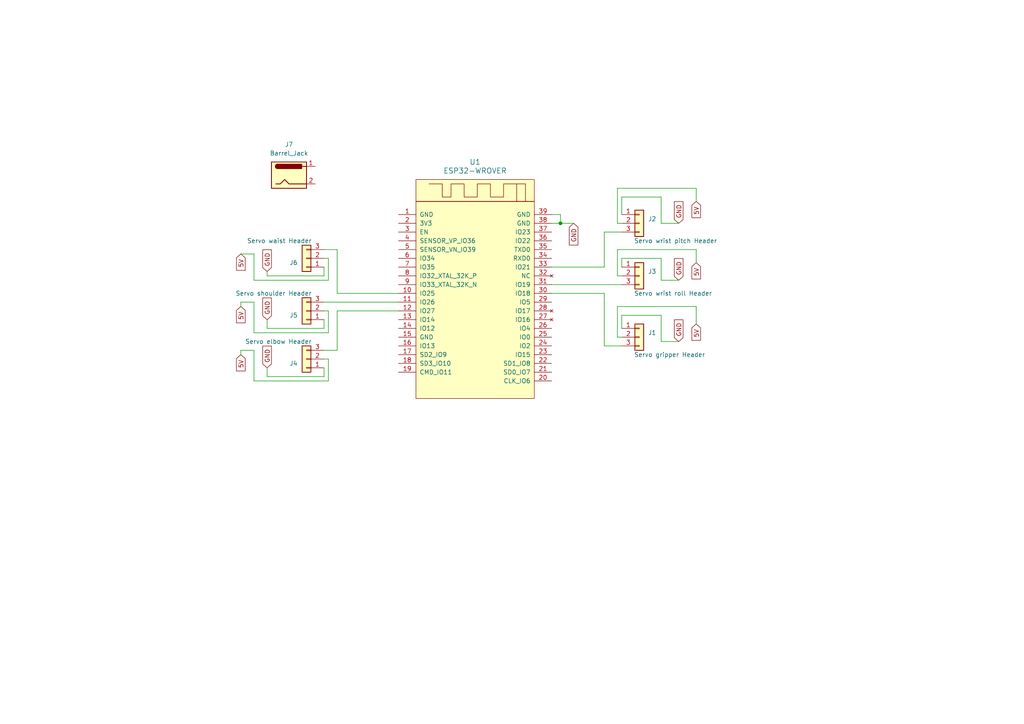
<source format=kicad_sch>
(kicad_sch (version 20231120) (generator "eeschema") (generator_version "8.0")
  (paper "A4")
  (lib_symbols
    (symbol "Connector:Barrel_Jack" (pin_names (offset 1.016))
      (property "Reference" "J" (at 0 5.334 0))
      (property "Value" "Barrel_Jack" (at 0 -5.08 0))
      (symbol "Barrel_Jack_0_1"
        (rectangle (start -5.08 3.81) (end 5.08 -3.81) (stroke (width 0.254)) (fill (type background)))
        (arc (start -3.302 3.175) (mid -3.9343 2.54) (end -3.302 1.905) (stroke (width 0.254)))
        (arc (start -3.302 3.175) (mid -3.9343 2.54) (end -3.302 1.905) (stroke (width 0.254)) (fill (type outline)))
        (polyline (pts (xy 5.08 2.54) (xy 3.81 2.54)) (stroke (width 0.254)))
        (polyline (pts (xy -3.81 -2.54) (xy -2.54 -2.54) (xy -1.27 -1.27) (xy 0 -2.54) (xy 2.54 -2.54) (xy 5.08 -2.54)) (stroke (width 0.254)))
        (rectangle (start 3.683 3.175) (end -3.302 1.905) (stroke (width 0.254)) (fill (type outline)))
      )
      (symbol "Barrel_Jack_1_1"
        (pin passive line (at 7.62 2.54 180) (length 2.54) (name "~") (number "1"))
        (pin passive line (at 7.62 -2.54 180) (length 2.54) (name "~") (number "2"))
      )
    )
    (symbol "Connector_Generic:Conn_01x03" (pin_names (offset 1.016) hide)
      (property "Reference" "J" (at 0 5.08 0))
      (property "Value" "Conn_01x03" (at 0 -5.08 0))
      (symbol "Conn_01x03_1_1"
        (rectangle (start -1.27 -2.413) (end 0 -2.667) (stroke (width 0.1524)))
        (rectangle (start -1.27 0.127) (end 0 -0.127) (stroke (width 0.1524)))
        (rectangle (start -1.27 2.667) (end 0 2.413) (stroke (width 0.1524)))
        (rectangle (start -1.27 3.81) (end 1.27 -3.81) (stroke (width 0.254)) (fill (type background)))
        (pin passive line (at -5.08 2.54 0) (length 3.81) (name "Pin_1") (number "1"))
        (pin passive line (at -5.08 0 0) (length 3.81) (name "Pin_2") (number "2"))
        (pin passive line (at -5.08 -2.54 0) (length 3.81) (name "Pin_3") (number "3"))
      )
    )
    (symbol "esp32-wrover:ESP32-WROVER" (pin_names (offset 1.016))
      (property "Reference" "U" (at -15.24 -33.02 0))
      (property "Value" "ESP32-WROVER" (at 6.35 -33.02 0))
      (symbol "ESP32-WROVER_0_1"
        (rectangle (start -17.78 22.86) (end 16.51 -34.29) (fill (type background)))
        (rectangle (start -17.78 29.21) (end 16.51 22.86) (fill (type background)))
        (polyline (pts (xy 11.43 27.94) (xy 13.97 27.94) (xy 13.97 22.86)))
        (polyline (pts (xy -13.97 27.94) (xy -10.16 27.94) (xy -10.16 24.13) (xy -7.62 24.13) (xy -7.62 27.94) (xy -3.81 27.94) (xy -3.81 24.13) (xy 0 24.13) (xy 0 27.94) (xy 3.81 27.94) (xy 3.81 24.13) (xy 7.62 24.13) (xy 7.62 27.94) (xy 11.43 27.94) (xy 11.43 22.86)))
      )
      (symbol "ESP32-WROVER_1_1"
        (pin power_in line (at -22.86 19.05 0) (length 5.08) (name "GND") (number "1"))
        (pin bidirectional line (at -22.86 -3.81 0) (length 5.08) (name "IO25") (number "10"))
        (pin bidirectional line (at -22.86 -6.35 0) (length 5.08) (name "IO26") (number "11"))
        (pin bidirectional line (at -22.86 -8.89 0) (length 5.08) (name "IO27") (number "12"))
        (pin bidirectional line (at -22.86 -11.43 0) (length 5.08) (name "IO14") (number "13"))
        (pin bidirectional line (at -22.86 -13.97 0) (length 5.08) (name "IO12") (number "14"))
        (pin power_in line (at -22.86 -16.51 0) (length 5.08) (name "GND") (number "15"))
        (pin bidirectional line (at -22.86 -19.05 0) (length 5.08) (name "IO13") (number "16"))
        (pin bidirectional line (at -22.86 -21.59 0) (length 5.08) (name "SD2_IO9") (number "17"))
        (pin bidirectional line (at -22.86 -24.13 0) (length 5.08) (name "SD3_IO10") (number "18"))
        (pin bidirectional line (at -22.86 -26.67 0) (length 5.08) (name "CMD_IO11") (number "19"))
        (pin power_in line (at -22.86 16.51 0) (length 5.08) (name "3V3") (number "2"))
        (pin bidirectional line (at 21.59 -29.21 180) (length 5.08) (name "CLK_IO6") (number "20"))
        (pin bidirectional line (at 21.59 -26.67 180) (length 5.08) (name "SD0_IO7") (number "21"))
        (pin bidirectional line (at 21.59 -24.13 180) (length 5.08) (name "SD1_IO8") (number "22"))
        (pin bidirectional line (at 21.59 -21.59 180) (length 5.08) (name "IO15") (number "23"))
        (pin bidirectional line (at 21.59 -19.05 180) (length 5.08) (name "IO2") (number "24"))
        (pin bidirectional line (at 21.59 -16.51 180) (length 5.08) (name "IO0") (number "25"))
        (pin bidirectional line (at 21.59 -13.97 180) (length 5.08) (name "IO4") (number "26"))
        (pin no_connect line (at 21.59 -11.43 180) (length 5.08) (name "IO16") (number "27"))
        (pin no_connect line (at 21.59 -8.89 180) (length 5.08) (name "IO17") (number "28"))
        (pin bidirectional line (at 21.59 -6.35 180) (length 5.08) (name "IO5") (number "29"))
        (pin input line (at -22.86 13.97 0) (length 5.08) (name "EN") (number "3"))
        (pin bidirectional line (at 21.59 -3.81 180) (length 5.08) (name "IO18") (number "30"))
        (pin bidirectional line (at 21.59 -1.27 180) (length 5.08) (name "IO19") (number "31"))
        (pin no_connect line (at 21.59 1.27 180) (length 5.08) (name "NC") (number "32"))
        (pin bidirectional line (at 21.59 3.81 180) (length 5.08) (name "IO21") (number "33"))
        (pin input line (at 21.59 6.35 180) (length 5.08) (name "RXD0") (number "34"))
        (pin output line (at 21.59 8.89 180) (length 5.08) (name "TXD0") (number "35"))
        (pin bidirectional line (at 21.59 11.43 180) (length 5.08) (name "IO22") (number "36"))
        (pin bidirectional line (at 21.59 13.97 180) (length 5.08) (name "IO23") (number "37"))
        (pin power_in line (at 21.59 16.51 180) (length 5.08) (name "GND") (number "38"))
        (pin power_in line (at 21.59 19.05 180) (length 5.08) (name "GND") (number "39"))
        (pin input line (at -22.86 11.43 0) (length 5.08) (name "SENSOR_VP_IO36") (number "4"))
        (pin input line (at -22.86 8.89 0) (length 5.08) (name "SENSOR_VN_IO39") (number "5"))
        (pin input line (at -22.86 6.35 0) (length 5.08) (name "IO34") (number "6"))
        (pin input line (at -22.86 3.81 0) (length 5.08) (name "IO35") (number "7"))
        (pin bidirectional line (at -22.86 1.27 0) (length 5.08) (name "IO32_XTAL_32K_P") (number "8"))
        (pin bidirectional line (at -22.86 -1.27 0) (length 5.08) (name "IO33_XTAL_32K_N") (number "9"))
      )
    )
  )
  (junction (at 162.56 64.77))
  (wire (pts (xy 77.47 80.01) (xy 93.98 80.01)))
  (wire (pts (xy 179.07 54.61) (xy 179.07 64.77)))
  (wire (pts (xy 179.07 97.79) (xy 180.34 97.79)))
  (wire (pts (xy 191.77 74.93) (xy 180.34 74.93)))
  (wire (pts (xy 95.25 74.93) (xy 93.98 74.93)))
  (wire (pts (xy 196.85 64.77) (xy 191.77 64.77)))
  (wire (pts (xy 69.85 101.6) (xy 73.66 101.6)))
  (wire (pts (xy 196.85 81.28) (xy 191.77 81.28)))
  (wire (pts (xy 179.07 64.77) (xy 180.34 64.77)))
  (wire (pts (xy 77.47 106.68) (xy 77.47 109.22)))
  (wire (pts (xy 179.07 80.01) (xy 180.34 80.01)))
  (wire (pts (xy 180.34 57.15) (xy 180.34 62.23)))
  (wire (pts (xy 97.79 90.17) (xy 115.57 90.17)))
  (wire (pts (xy 175.26 100.33) (xy 175.26 85.09)))
  (wire (pts (xy 201.93 93.98) (xy 201.93 88.9)))
  (wire (pts (xy 77.47 78.74) (xy 77.47 80.01)))
  (wire (pts (xy 175.26 67.31) (xy 175.26 77.47)))
  (wire (pts (xy 69.85 87.63) (xy 73.66 87.63)))
  (wire (pts (xy 175.26 85.09) (xy 160.02 85.09)))
  (wire (pts (xy 162.56 64.77) (xy 166.37 64.77)))
  (wire (pts (xy 191.77 99.06) (xy 191.77 91.44)))
  (wire (pts (xy 77.47 95.25) (xy 93.98 95.25)))
  (wire (pts (xy 201.93 54.61) (xy 179.07 54.61)))
  (wire (pts (xy 95.25 90.17) (xy 93.98 90.17)))
  (wire (pts (xy 201.93 88.9) (xy 179.07 88.9)))
  (wire (pts (xy 180.34 100.33) (xy 175.26 100.33)))
  (wire (pts (xy 73.66 81.28) (xy 95.25 81.28)))
  (wire (pts (xy 97.79 72.39) (xy 97.79 85.09)))
  (wire (pts (xy 180.34 91.44) (xy 180.34 95.25)))
  (wire (pts (xy 73.66 101.6) (xy 73.66 110.49)))
  (wire (pts (xy 191.77 64.77) (xy 191.77 57.15)))
  (wire (pts (xy 191.77 57.15) (xy 180.34 57.15)))
  (wire (pts (xy 73.66 110.49) (xy 95.25 110.49)))
  (wire (pts (xy 180.34 67.31) (xy 175.26 67.31)))
  (wire (pts (xy 179.07 88.9) (xy 179.07 97.79)))
  (wire (pts (xy 179.07 72.39) (xy 179.07 80.01)))
  (wire (pts (xy 93.98 72.39) (xy 97.79 72.39)))
  (wire (pts (xy 160.02 64.77) (xy 162.56 64.77)))
  (wire (pts (xy 95.25 96.52) (xy 95.25 90.17)))
  (wire (pts (xy 93.98 95.25) (xy 93.98 92.71)))
  (wire (pts (xy 201.93 58.42) (xy 201.93 54.61)))
  (wire (pts (xy 97.79 85.09) (xy 115.57 85.09)))
  (wire (pts (xy 180.34 74.93) (xy 180.34 77.47)))
  (wire (pts (xy 201.93 76.2) (xy 201.93 72.39)))
  (wire (pts (xy 95.25 81.28) (xy 95.25 74.93)))
  (wire (pts (xy 162.56 62.23) (xy 160.02 62.23)))
  (wire (pts (xy 191.77 81.28) (xy 191.77 74.93)))
  (wire (pts (xy 196.85 99.06) (xy 191.77 99.06)))
  (wire (pts (xy 77.47 92.71) (xy 77.47 95.25)))
  (wire (pts (xy 93.98 77.47) (xy 93.98 80.01)))
  (wire (pts (xy 73.66 73.66) (xy 73.66 81.28)))
  (wire (pts (xy 201.93 72.39) (xy 179.07 72.39)))
  (wire (pts (xy 95.25 110.49) (xy 95.25 104.14)))
  (wire (pts (xy 93.98 87.63) (xy 115.57 87.63)))
  (wire (pts (xy 175.26 77.47) (xy 160.02 77.47)))
  (wire (pts (xy 160.02 82.55) (xy 180.34 82.55)))
  (wire (pts (xy 95.25 104.14) (xy 93.98 104.14)))
  (wire (pts (xy 77.47 109.22) (xy 93.98 109.22)))
  (wire (pts (xy 69.85 88.9) (xy 69.85 87.63)))
  (wire (pts (xy 73.66 96.52) (xy 95.25 96.52)))
  (wire (pts (xy 69.85 102.87) (xy 69.85 101.6)))
  (wire (pts (xy 73.66 87.63) (xy 73.66 96.52)))
  (wire (pts (xy 69.85 73.66) (xy 73.66 73.66)))
  (wire (pts (xy 191.77 91.44) (xy 180.34 91.44)))
  (wire (pts (xy 162.56 64.77) (xy 162.56 62.23)))
  (wire (pts (xy 93.98 109.22) (xy 93.98 106.68)))
  (wire (pts (xy 97.79 101.6) (xy 97.79 90.17)))
  (wire (pts (xy 93.98 101.6) (xy 97.79 101.6)))
  (global_label "GND" (shape input) (at 196.85 64.77 90) (property "Intersheetrefs" "${INTERSHEET_REFS}" (effects (hide yes))))
  (global_label "GND" (shape input) (at 196.85 99.06 90) (property "Intersheetrefs" "${INTERSHEET_REFS}" (effects (hide yes))))
  (global_label "GND" (shape input) (at 196.85 81.28 90) (property "Intersheetrefs" "${INTERSHEET_REFS}" (effects (hide yes))))
  (global_label "5V" (shape input) (at 69.85 88.9 270) (property "Intersheetrefs" "${INTERSHEET_REFS}" (effects (hide yes))))
  (global_label "5V" (shape input) (at 201.93 76.2 270) (property "Intersheetrefs" "${INTERSHEET_REFS}" (effects (hide yes))))
  (global_label "GND" (shape input) (at 77.47 92.71 90) (property "Intersheetrefs" "${INTERSHEET_REFS}" (effects (hide yes))))
  (global_label "GND" (shape input) (at 77.47 78.74 90) (property "Intersheetrefs" "${INTERSHEET_REFS}" (effects (hide yes))))
  (global_label "5V" (shape input) (at 201.93 93.98 270) (property "Intersheetrefs" "${INTERSHEET_REFS}" (effects (hide yes))))
  (global_label "GND" (shape input) (at 77.47 106.68 90) (property "Intersheetrefs" "${INTERSHEET_REFS}" (effects (hide yes))))
  (global_label "GND" (shape input) (at 166.37 64.77 270) (property "Intersheetrefs" "${INTERSHEET_REFS}" (effects (hide yes))))
  (global_label "5V" (shape input) (at 201.93 58.42 270) (property "Intersheetrefs" "${INTERSHEET_REFS}" (effects (hide yes))))
  (global_label "5V" (shape input) (at 69.85 73.66 270) (property "Intersheetrefs" "${INTERSHEET_REFS}" (effects (hide yes))))
  (global_label "5V" (shape input) (at 69.85 102.87 270) (property "Intersheetrefs" "${INTERSHEET_REFS}" (effects (hide yes))))
  (symbol (lib_id "Connector_Generic:Conn_01x03") (at 88.9 90.17 180) (unit 1)
    (property "Reference" "J5" (at 86.36 91.4401 0) (effects (justify left)))
    (property "Value" "Servo shoulder Header" (at 90.424 85.09 0) (effects (justify left)))
    (property "Footprint" "Connector_PinHeader_2.54mm:PinHeader_1x03_P2.54mm_Vertical" (effects (hide yes)))
    (property "Description" "Generic connector, single row, 01x03, script generated (kicad-library-utils/schlib/autogen/connector/)" (effects (hide yes)))
  )
  (symbol (lib_id "Connector_Generic:Conn_01x03") (at 185.42 80.01 0) (unit 1)
    (property "Reference" "J3" (at 187.96 78.7399 0) (effects (justify left)))
    (property "Value" "Servo wrist roll Header" (at 183.896 85.09 0) (effects (justify left)))
    (property "Footprint" "Connector_PinHeader_2.54mm:PinHeader_1x03_P2.54mm_Vertical" (effects (hide yes)))
    (property "Description" "Generic connector, single row, 01x03, script generated (kicad-library-utils/schlib/autogen/connector/)" (effects (hide yes)))
  )
  (symbol (lib_id "Connector_Generic:Conn_01x03") (at 88.9 104.14 180) (unit 1)
    (property "Reference" "J4" (at 86.36 105.4101 0) (effects (justify left)))
    (property "Value" "Servo elbow Header" (at 90.424 99.06 0) (effects (justify left)))
    (property "Footprint" "Connector_PinHeader_2.54mm:PinHeader_1x03_P2.54mm_Vertical" (effects (hide yes)))
    (property "Description" "Generic connector, single row, 01x03, script generated (kicad-library-utils/schlib/autogen/connector/)" (effects (hide yes)))
  )
  (symbol (lib_id "Connector_Generic:Conn_01x03") (at 88.9 74.93 180) (unit 1)
    (property "Reference" "J6" (at 86.36 76.2001 0) (effects (justify left)))
    (property "Value" "Servo waist Header" (at 90.424 69.85 0) (effects (justify left)))
    (property "Footprint" "Connector_PinHeader_2.54mm:PinHeader_1x03_P2.54mm_Vertical" (effects (hide yes)))
    (property "Description" "Generic connector, single row, 01x03, script generated (kicad-library-utils/schlib/autogen/connector/)" (effects (hide yes)))
  )
  (symbol (lib_id "Connector_Generic:Conn_01x03") (at 185.42 97.79 0) (unit 1)
    (property "Reference" "J1" (at 187.96 96.5199 0) (effects (justify left)))
    (property "Value" "Servo gripper Header" (at 183.896 102.87 0) (effects (justify left)))
    (property "Footprint" "Connector_PinHeader_2.54mm:PinHeader_1x03_P2.54mm_Vertical" (effects (hide yes)))
    (property "Description" "Generic connector, single row, 01x03, script generated (kicad-library-utils/schlib/autogen/connector/)" (effects (hide yes)))
  )
  (symbol (lib_id "esp32-wrover:ESP32-WROVER") (at 138.43 81.28 0) (unit 1)
    (property "Reference" "U1" (at 137.795 46.99 0) (effects (font (size 1.524 1.524))))
    (property "Value" "ESP32-WROVER" (at 137.795 49.53 0) (effects (font (size 1.524 1.524))))
    (property "Footprint" "Library:ESP32-WROVER" (effects (hide yes)))
  )
  (symbol (lib_id "Connector:Barrel_Jack") (at 83.82 50.8 0) (unit 1)
    (property "Reference" "J7" (at 83.82 41.91 0))
    (property "Value" "Barrel_Jack" (at 83.82 44.45 0))
    (property "Description" "DC Barrel Jack" (effects (hide yes)))
  )
  (symbol (lib_id "Connector_Generic:Conn_01x03") (at 185.42 64.77 0) (unit 1)
    (property "Reference" "J2" (at 187.96 63.4999 0) (effects (justify left)))
    (property "Value" "Servo wrist pitch Header" (at 183.896 69.85 0) (effects (justify left)))
    (property "Footprint" "Connector_PinHeader_2.54mm:PinHeader_1x03_P2.54mm_Vertical" (effects (hide yes)))
    (property "Description" "Generic connector, single row, 01x03, script generated (kicad-library-utils/schlib/autogen/connector/)" (effects (hide yes)))
  )
)
</source>
